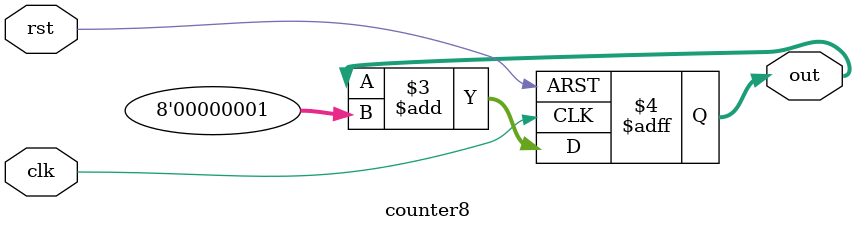
<source format=v>
module counter8(clk, rst, out);
    input clk, rst;
    output reg [7:0] out;

    always @(posedge clk or posedge rst) begin
        if (rst == 1'b1)
            out <= 8'b00000000;
        else
            out <= out + 8'b00000001;
    end
endmodule

</source>
